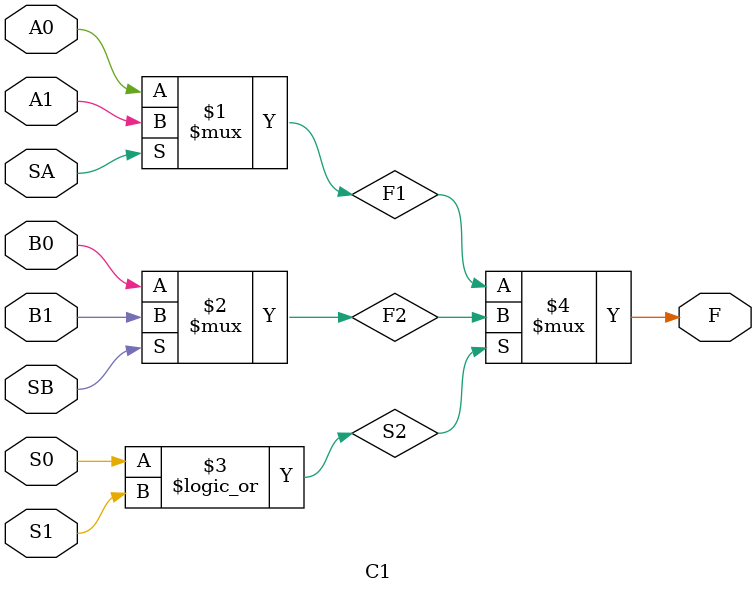
<source format=v>
module C1 (input A0, A1, SA, B0, B1, SB, S0, S1, output F);
    
    wire F1, F2, S2;
    
    assign F1 = (SA) ? A1 : A0;
    assign F2 = (SB) ? B1 : B0;
    assign S2 = S0 || S1;
    assign F = (S2) ? F2 : F1;

endmodule
</source>
